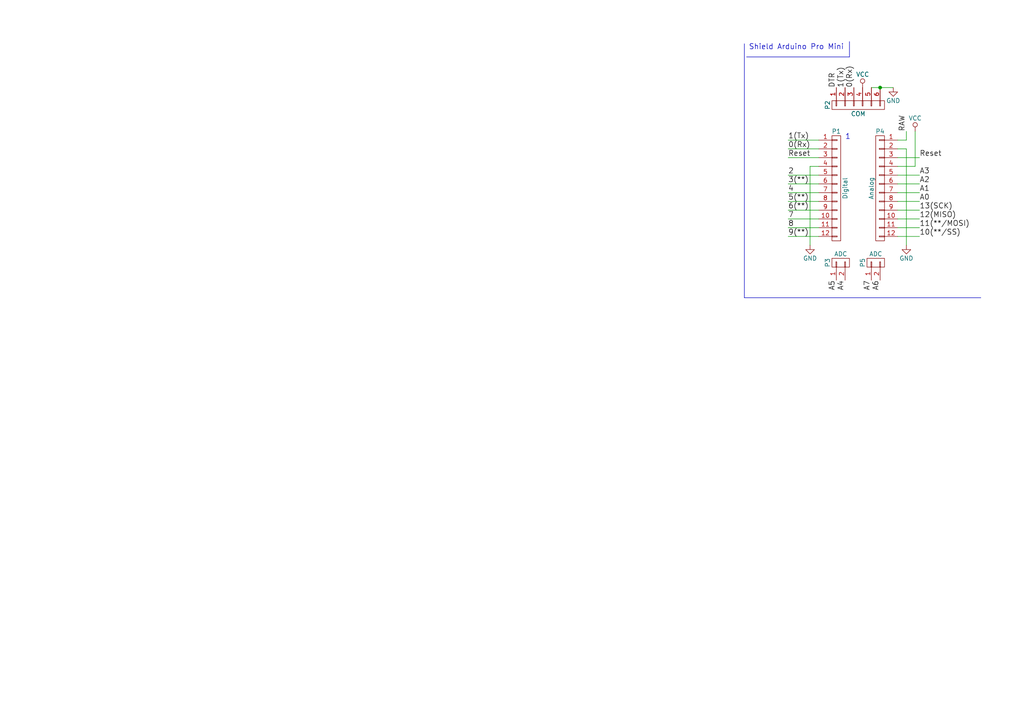
<source format=kicad_sch>
(kicad_sch (version 20230121) (generator eeschema)
  (paper "A4")
  (title_block (date "sam. 04 avril 2015"))
  (lib_symbols
    (symbol "Arduino_Pro_Mini-rescue:CONN_01X02" (pin_names (offset 1.016) hide)
      (property "Reference" "P" (at 0 3.81 0))
      (property "Value" "CONN_01X02" (at 2.54 0 90))
      (symbol "CONN_01X02_0_1"
        (rectangle (start -1.27 -1.143) (end 0.254 -1.397))
        (rectangle (start -1.27 1.397) (end 0.254 1.143))
        (rectangle (start -1.27 2.54) (end 1.27 -2.54))
      )
      (symbol "CONN_01X02_1_1"
        (pin passive line (at -5.08 1.27 0) (length 3.81) (name "P1") (number "1"))
        (pin passive line (at -5.08 -1.27 0) (length 3.81) (name "P2") (number "2"))
      )
    )
    (symbol "Arduino_Pro_Mini-rescue:CONN_01X06" (pin_names (offset 1.016) hide)
      (property "Reference" "P" (at 0 8.89 0))
      (property "Value" "CONN_01X06" (at 2.54 0 90))
      (symbol "CONN_01X06_0_1"
        (rectangle (start -1.27 -6.223) (end 0.254 -6.477))
        (rectangle (start -1.27 -3.683) (end 0.254 -3.937))
        (rectangle (start -1.27 -1.143) (end 0.254 -1.397))
        (rectangle (start -1.27 1.397) (end 0.254 1.143))
        (rectangle (start -1.27 3.937) (end 0.254 3.683))
        (rectangle (start -1.27 6.477) (end 0.254 6.223))
        (rectangle (start -1.27 7.62) (end 1.27 -7.62))
      )
      (symbol "CONN_01X06_1_1"
        (pin passive line (at -5.08 6.35 0) (length 3.81) (name "P1") (number "1"))
        (pin passive line (at -5.08 3.81 0) (length 3.81) (name "P2") (number "2"))
        (pin passive line (at -5.08 1.27 0) (length 3.81) (name "P3") (number "3"))
        (pin passive line (at -5.08 -1.27 0) (length 3.81) (name "P4") (number "4"))
        (pin passive line (at -5.08 -3.81 0) (length 3.81) (name "P5") (number "5"))
        (pin passive line (at -5.08 -6.35 0) (length 3.81) (name "P6") (number "6"))
      )
    )
    (symbol "Arduino_Pro_Mini-rescue:CONN_01X12" (pin_names (offset 1.016) hide)
      (property "Reference" "P" (at 0 16.51 0))
      (property "Value" "CONN_01X12" (at 2.54 0 90))
      (symbol "CONN_01X12_0_1"
        (rectangle (start -1.27 -15.24) (end 1.27 15.24))
        (rectangle (start -1.27 -13.843) (end 0.254 -14.097))
        (rectangle (start -1.27 -11.303) (end 0.254 -11.557))
        (rectangle (start -1.27 -8.763) (end 0.254 -9.017))
        (rectangle (start -1.27 -6.223) (end 0.254 -6.477))
        (rectangle (start -1.27 -3.683) (end 0.254 -3.937))
        (rectangle (start -1.27 -1.143) (end 0.254 -1.397))
        (rectangle (start -1.27 1.397) (end 0.254 1.143))
        (rectangle (start -1.27 3.937) (end 0.254 3.683))
        (rectangle (start -1.27 6.477) (end 0.254 6.223))
        (rectangle (start -1.27 9.017) (end 0.254 8.763))
        (rectangle (start -1.27 11.557) (end 0.254 11.303))
        (rectangle (start -1.27 14.097) (end 0.254 13.843))
      )
      (symbol "CONN_01X12_1_1"
        (pin passive line (at -5.08 13.97 0) (length 3.81) (name "P1") (number "1"))
        (pin passive line (at -5.08 -8.89 0) (length 3.81) (name "P10") (number "10"))
        (pin passive line (at -5.08 -11.43 0) (length 3.81) (name "P11") (number "11"))
        (pin passive line (at -5.08 -13.97 0) (length 3.81) (name "P12") (number "12"))
        (pin passive line (at -5.08 11.43 0) (length 3.81) (name "P2") (number "2"))
        (pin passive line (at -5.08 8.89 0) (length 3.81) (name "P3") (number "3"))
        (pin passive line (at -5.08 6.35 0) (length 3.81) (name "P4") (number "4"))
        (pin passive line (at -5.08 3.81 0) (length 3.81) (name "P5") (number "5"))
        (pin passive line (at -5.08 1.27 0) (length 3.81) (name "P6") (number "6"))
        (pin passive line (at -5.08 -1.27 0) (length 3.81) (name "P7") (number "7"))
        (pin passive line (at -5.08 -3.81 0) (length 3.81) (name "P8") (number "8"))
        (pin passive line (at -5.08 -6.35 0) (length 3.81) (name "P9") (number "9"))
      )
    )
    (symbol "Arduino_Pro_Mini-rescue:GND" (power) (pin_names (offset 0))
      (property "Value" "GND" (at 0 -3.81 0))
      (symbol "GND_0_1"
        (polyline (pts (xy 0 0) (xy 0 -1.27) (xy 1.27 -1.27) (xy 0 -2.54) (xy -1.27 -1.27) (xy 0 -1.27)))
      )
      (symbol "GND_1_1"
        (pin power_in line (at 0 0 270) (length 0) hide (name "GND") (number "1"))
      )
    )
    (symbol "Arduino_Pro_Mini-rescue:VCC" (power) (pin_names (offset 0))
      (property "Value" "VCC" (at 0 3.81 0))
      (symbol "VCC_0_1"
        (polyline (pts (xy 0 0) (xy 0 1.27)))
        (circle (center 0 1.905) (radius 0.635))
      )
      (symbol "VCC_1_1"
        (pin power_in line (at 0 0 90) (length 0) hide (name "VCC") (number "1"))
      )
    )
  )
  (junction (at 255.27 25.4))
  (wire (pts (xy 237.49 40.64) (xy 228.6 40.64)))
  (wire (pts (xy 266.7 50.8) (xy 260.35 50.8)))
  (wire (pts (xy 252.73 25.4) (xy 255.27 25.4)))
  (wire (pts (xy 260.35 58.42) (xy 266.7 58.42)))
  (wire (pts (xy 266.7 55.88) (xy 260.35 55.88)))
  (wire (pts (xy 237.49 53.34) (xy 228.6 53.34)))
  (wire (pts (xy 237.49 45.72) (xy 228.6 45.72)))
  (wire (pts (xy 237.49 60.96) (xy 228.6 60.96)))
  (wire (pts (xy 260.35 63.5) (xy 266.7 63.5)))
  (wire (pts (xy 265.43 48.26) (xy 265.43 38.1)))
  (polyline (pts (xy 246.38 16.51) (xy 246.38 12.065)))
  (wire (pts (xy 228.6 58.42) (xy 237.49 58.42)))
  (wire (pts (xy 260.35 68.58) (xy 266.7 68.58)))
  (polyline (pts (xy 215.9 86.36) (xy 215.9 12.7)))
  (wire (pts (xy 260.35 43.18) (xy 262.89 43.18)))
  (wire (pts (xy 262.89 38.1) (xy 262.89 40.64)))
  (polyline (pts (xy 284.48 86.36) (xy 215.9 86.36)))
  (wire (pts (xy 260.35 53.34) (xy 266.7 53.34)))
  (wire (pts (xy 262.89 43.18) (xy 262.89 71.12)))
  (wire (pts (xy 228.6 50.8) (xy 237.49 50.8)))
  (wire (pts (xy 228.6 43.18) (xy 237.49 43.18)))
  (polyline (pts (xy 216.535 16.51) (xy 246.38 16.51)))
  (wire (pts (xy 237.49 55.88) (xy 228.6 55.88)))
  (wire (pts (xy 228.6 63.5) (xy 237.49 63.5)))
  (wire (pts (xy 237.49 66.04) (xy 228.6 66.04)))
  (wire (pts (xy 234.95 48.26) (xy 234.95 71.12)))
  (wire (pts (xy 237.49 48.26) (xy 234.95 48.26)))
  (wire (pts (xy 262.89 40.64) (xy 260.35 40.64)))
  (wire (pts (xy 266.7 60.96) (xy 260.35 60.96)))
  (wire (pts (xy 266.7 66.04) (xy 260.35 66.04)))
  (wire (pts (xy 260.35 45.72) (xy 266.7 45.72)))
  (wire (pts (xy 237.49 68.58) (xy 228.6 68.58)))
  (wire (pts (xy 255.27 25.4) (xy 259.08 25.4)))
  (wire (pts (xy 260.35 48.26) (xy 265.43 48.26)))
  (text "Shield Arduino Pro Mini \n" (at 217.17 14.605 0) (effects (font (size 1.524 1.524)) (justify left bottom)))
  (text "1" (at 245.11 40.64 0) (effects (font (size 1.524 1.524)) (justify left bottom)))
  (label "A7" (at 252.73 81.28 270) (effects (font (size 1.524 1.524))))
  (label "A2" (at 266.7 53.34 0) (effects (font (size 1.524 1.524))))
  (label "5(**)" (at 228.6 58.42 0) (effects (font (size 1.524 1.524))))
  (label "RAW" (at 262.89 38.1 90) (effects (font (size 1.524 1.524))))
  (label "4" (at 228.6 55.88 0) (effects (font (size 1.524 1.524))))
  (label "11(**/MOSI)" (at 266.7 66.04 0) (effects (font (size 1.524 1.524))))
  (label "A0" (at 266.7 58.42 0) (effects (font (size 1.524 1.524))))
  (label "10(**/SS)" (at 266.7 68.58 0) (effects (font (size 1.524 1.524))))
  (label "Reset" (at 266.7 45.72 0) (effects (font (size 1.524 1.524))))
  (label "A6" (at 255.27 81.28 270) (effects (font (size 1.524 1.524))))
  (label "A3" (at 266.7 50.8 0) (effects (font (size 1.524 1.524))))
  (label "0(Rx)" (at 228.6 43.18 0) (effects (font (size 1.524 1.524))))
  (label "2" (at 228.6 50.8 0) (effects (font (size 1.524 1.524))))
  (label "1(Tx)" (at 245.11 25.4 90) (effects (font (size 1.524 1.524))))
  (label "13(SCK)" (at 266.7 60.96 0) (effects (font (size 1.524 1.524))))
  (label "8" (at 228.6 66.04 0) (effects (font (size 1.524 1.524))))
  (label "0(Rx)" (at 247.65 25.4 90) (effects (font (size 1.524 1.524))))
  (label "A1" (at 266.7 55.88 0) (effects (font (size 1.524 1.524))))
  (label "7" (at 228.6 63.5 0) (effects (font (size 1.524 1.524))))
  (label "6(**)" (at 228.6 60.96 0) (effects (font (size 1.524 1.524))))
  (label "12(MISO)" (at 266.7 63.5 0) (effects (font (size 1.524 1.524))))
  (label "3(**)" (at 228.6 53.34 0) (effects (font (size 1.524 1.524))))
  (label "9(**)" (at 228.6 68.58 0) (effects (font (size 1.524 1.524))))
  (label "A4" (at 245.11 81.28 270) (effects (font (size 1.524 1.524))))
  (label "A5" (at 242.57 81.28 270) (effects (font (size 1.524 1.524))))
  (label "DTR" (at 242.57 25.4 90) (effects (font (size 1.524 1.524))))
  (label "1(Tx)" (at 228.6 40.64 0) (effects (font (size 1.524 1.524))))
  (label "Reset" (at 228.6 45.72 0) (effects (font (size 1.524 1.524))))
  (symbol (lib_id "Arduino_Pro_Mini-rescue:CONN_01X02") (at 243.84 76.2 90) (unit 1)
    (property "Reference" "P3" (at 240.03 76.2 0))
    (property "Value" "ADC" (at 243.84 73.66 90))
    (property "Footprint" "Socket_Arduino_Pro_Mini:Socket_Strip_Arduino_1x02" (effects hide))
  )
  (symbol (lib_id "Arduino_Pro_Mini-rescue:CONN_01X02") (at 254 76.2 90) (unit 1)
    (property "Reference" "P5" (at 250.19 76.2 0))
    (property "Value" "ADC" (at 254 73.66 90))
    (property "Footprint" "Socket_Arduino_Pro_Mini:Socket_Strip_Arduino_1x02" (effects hide))
  )
  (symbol (lib_id "Arduino_Pro_Mini-rescue:CONN_01X06") (at 248.92 30.48 90) (mirror x) (unit 1)
    (property "Reference" "P2" (at 240.03 30.48 0))
    (property "Value" "COM" (at 248.92 33.02 90))
    (property "Footprint" "Socket_Arduino_Pro_Mini:Socket_Strip_Arduino_1x06" (effects hide))
  )
  (symbol (lib_id "Arduino_Pro_Mini-rescue:GND") (at 259.08 25.4 0) (unit 1)
    (property "Reference" "#PWR01" (effects hide))
    (property "Value" "GND" (at 259.08 29.21 0))
  )
  (symbol (lib_id "Arduino_Pro_Mini-rescue:VCC") (at 250.19 25.4 0) (unit 1)
    (property "Reference" "#PWR02" (effects hide))
    (property "Value" "VCC" (at 250.19 21.59 0))
  )
  (symbol (lib_id "Arduino_Pro_Mini-rescue:CONN_01X12") (at 242.57 54.61 0) (unit 1)
    (property "Reference" "P1" (at 242.57 38.1 0))
    (property "Value" "Digital" (at 245.11 54.61 90))
    (property "Footprint" "Socket_Arduino_Pro_Mini:Socket_Strip_Arduino_1x12" (effects hide))
  )
  (symbol (lib_id "Arduino_Pro_Mini-rescue:CONN_01X12") (at 255.27 54.61 0) (mirror y) (unit 1)
    (property "Reference" "P4" (at 255.27 38.1 0))
    (property "Value" "Analog" (at 252.73 54.61 90))
    (property "Footprint" "Socket_Arduino_Pro_Mini:Socket_Strip_Arduino_1x12" (effects hide))
  )
  (symbol (lib_id "Arduino_Pro_Mini-rescue:GND") (at 234.95 71.12 0) (unit 1)
    (property "Reference" "#PWR03" (effects hide))
    (property "Value" "GND" (at 234.95 74.93 0))
  )
  (symbol (lib_id "Arduino_Pro_Mini-rescue:GND") (at 262.89 71.12 0) (unit 1)
    (property "Reference" "#PWR04" (effects hide))
    (property "Value" "GND" (at 262.89 74.93 0))
  )
  (symbol (lib_id "Arduino_Pro_Mini-rescue:VCC") (at 265.43 38.1 0) (unit 1)
    (property "Reference" "#PWR05" (effects hide))
    (property "Value" "VCC" (at 265.43 34.29 0))
  )
)
</source>
